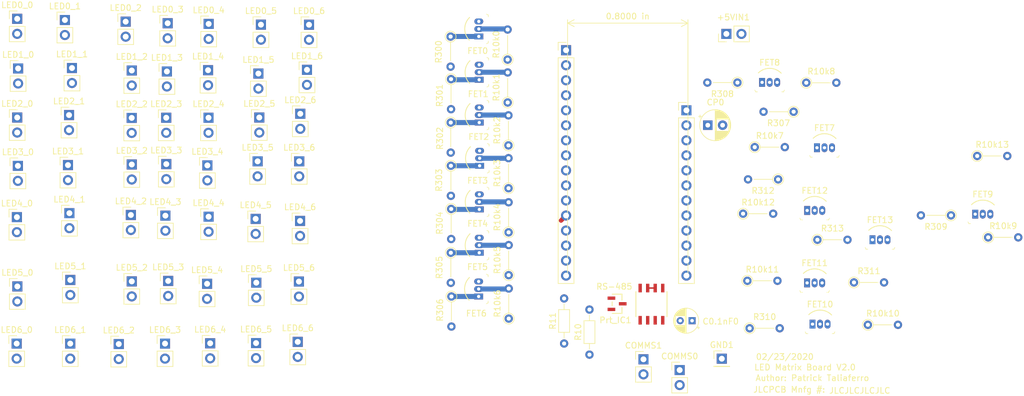
<source format=kicad_pcb>
(kicad_pcb (version 20171130) (host pcbnew 5.1.5-52549c5~84~ubuntu18.04.1)
  (layers (0 F.Cu signal) (31 B.Cu signal) (34 B.Paste user hide) (35 F.Paste user hide) (36 B.SilkS user) (37 F.SilkS user) (38 B.Mask user) (39 F.Mask user) (44 Edge.Cuts user))
  (net 0 "")
  (net 1 GND)
  (net 2 /TX1)
  (net 3 /RX0)
  (net 4 /MISO)
  (net 5 /A4)
  (net 6 /A0)
  (net 7 /D5)
  (net 8 /D6)
  (net 9 /D9)
  (net 10 /D10)
  (net 11 /D11)
  (net 12 /D12)
  (net 13 +5V)
  (net 14 +3V3)
  (net 15 "Net-(Prt_IC1-Pad2)")
  (net 16 "Net-(Prt_IC1-Pad1)")
  (net 17 /A5)
  (net 18 /A3)
  (net 19 /A2)
  (net 20 /A1)
  (net 21 /D13)
  (net 22 /ROW6)
  (net 23 /COL0)
  (net 24 /COL1)
  (net 25 /COL2)
  (net 26 /COL3)
  (net 27 /COL4)
  (net 28 /COL5)
  (net 29 /COL6)
  (net 30 /B)
  (net 31 /A)
  (net 32 "Net-(FET0-Pad1)")
  (net 33 "Net-(FET0-Pad2)")
  (net 34 "Net-(FET1-Pad1)")
  (net 35 "Net-(FET1-Pad2)")
  (net 36 "Net-(FET2-Pad1)")
  (net 37 "Net-(FET2-Pad2)")
  (net 38 "Net-(FET3-Pad1)")
  (net 39 "Net-(FET3-Pad2)")
  (net 40 "Net-(FET4-Pad1)")
  (net 41 "Net-(FET4-Pad2)")
  (net 42 "Net-(FET5-Pad1)")
  (net 43 "Net-(FET5-Pad2)")
  (net 44 "Net-(FET6-Pad1)")
  (net 45 "Net-(FET6-Pad2)")
  (net 46 "Net-(FET7-Pad1)")
  (net 47 "Net-(FET7-Pad2)")
  (net 48 "Net-(FET8-Pad1)")
  (net 49 "Net-(FET8-Pad2)")
  (net 50 "Net-(FET9-Pad1)")
  (net 51 "Net-(FET9-Pad2)")
  (net 52 "Net-(FET10-Pad1)")
  (net 53 "Net-(FET10-Pad2)")
  (net 54 "Net-(FET11-Pad1)")
  (net 55 "Net-(FET11-Pad2)")
  (net 56 "Net-(FET12-Pad1)")
  (net 57 "Net-(FET12-Pad2)")
  (net 58 "Net-(FET13-Pad1)")
  (net 59 "Net-(FET13-Pad2)")
  (net 60 /ROW0)
  (net 61 /ROW1)
  (net 62 /ROW2)
  (net 63 /ROW3)
  (net 64 /ROW4)
  (net 65 /ROW5)
  (net 66 /MOSI)
  (module sn65hvd72:SN65HVD72DR (layer F.Cu) (at 203.6445 120.777 270)
    (fp_text reference RS-485 (at -2.9718 6.2738) (layer F.SilkS))
    (fp_text value SN65HVD72DR hide)
    (pad 1 smd rect (at -2.721348 -1.905 270) (size 1.454899 0.568) (layers F.Cu F.Paste F.Mask) (net 3 /RX0))
    (pad 2 smd rect (at -2.721348 -0.635 270) (size 1.454899 0.568) (layers F.Cu F.Paste F.Mask) (net 4 /MISO))
    (pad 3 smd rect (at -2.721348 0.635 270) (size 1.454899 0.568) (layers F.Cu F.Paste F.Mask) (net 4 /MISO))
    (pad 4 smd rect (at -2.721348 1.905 270) (size 1.454899 0.568) (layers F.Cu F.Paste F.Mask) (net 2 /TX1))
    (pad 5 smd rect (at 2.721348 1.905 270) (size 1.454899 0.568) (layers F.Cu F.Paste F.Mask) (net 1 GND))
    (pad 6 smd rect (at 2.721348 0.635 270) (size 1.454899 0.568) (layers F.Cu F.Paste F.Mask) (net 31 /A))
    (pad 7 smd rect (at 2.721348 -0.635 270) (size 1.454899 0.568) (layers F.Cu F.Paste F.Mask) (net 30 /B))
    (pad 8 smd rect (at 2.721348 -1.905 270) (size 1.454899 0.568) (layers F.Cu F.Paste F.Mask) (net 14 +3V3))
  )
  (module Resistor_THT:R_Axial_DIN0204_L3.6mm_D1.6mm_P5.08mm_Vertical (layer F.Cu) (at 258.6377 95.7319)
    (fp_text reference R10k13 (at 2.54 -1.92) (layer F.SilkS))
    (fp_text value 10k hide)
    (pad 2 thru_hole oval (at 5.08 0) (size 1.4 1.4) (drill 0.7) (layers *.Cu *.Mask) (net 59 "Net-(FET13-Pad2)"))
    (pad 1 thru_hole circle (at 0 0) (size 1.4 1.4) (drill 0.7) (layers *.Cu *.Mask) (net 7 /D5))
  )
  (module Resistor_THT:R_Axial_DIN0204_L3.6mm_D1.6mm_P5.08mm_Vertical (layer F.Cu) (at 219.1131 105.4862)
    (fp_text reference R10k12 (at 2.54 -1.92) (layer F.SilkS))
    (fp_text value 10k hide)
    (pad 2 thru_hole oval (at 5.08 0) (size 1.4 1.4) (drill 0.7) (layers *.Cu *.Mask) (net 57 "Net-(FET12-Pad2)"))
    (pad 1 thru_hole circle (at 0 0) (size 1.4 1.4) (drill 0.7) (layers *.Cu *.Mask) (net 8 /D6))
  )
  (module Resistor_THT:R_Axial_DIN0204_L3.6mm_D1.6mm_P5.08mm_Vertical (layer F.Cu) (at 219.837 116.8273)
    (fp_text reference R10k11 (at 2.54 -1.92) (layer F.SilkS))
    (fp_text value 10k hide)
    (pad 2 thru_hole oval (at 5.08 0) (size 1.4 1.4) (drill 0.7) (layers *.Cu *.Mask) (net 55 "Net-(FET11-Pad2)"))
    (pad 1 thru_hole circle (at 0 0) (size 1.4 1.4) (drill 0.7) (layers *.Cu *.Mask) (net 9 /D9))
  )
  (module Resistor_THT:R_Axial_DIN0204_L3.6mm_D1.6mm_P5.08mm_Vertical (layer F.Cu) (at 240.1824 124.2695)
    (fp_text reference R10k10 (at 2.54 -1.92) (layer F.SilkS))
    (fp_text value 10k hide)
    (pad 2 thru_hole oval (at 5.08 0) (size 1.4 1.4) (drill 0.7) (layers *.Cu *.Mask) (net 53 "Net-(FET10-Pad2)"))
    (pad 1 thru_hole circle (at 0 0) (size 1.4 1.4) (drill 0.7) (layers *.Cu *.Mask) (net 10 /D10))
  )
  (module Resistor_THT:R_Axial_DIN0204_L3.6mm_D1.6mm_P5.08mm_Vertical (layer F.Cu) (at 260.4897 109.4867)
    (fp_text reference R10k9 (at 2.54 -1.92) (layer F.SilkS))
    (fp_text value 10k hide)
    (pad 2 thru_hole oval (at 5.08 0) (size 1.4 1.4) (drill 0.7) (layers *.Cu *.Mask) (net 51 "Net-(FET9-Pad2)"))
    (pad 1 thru_hole circle (at 0 0) (size 1.4 1.4) (drill 0.7) (layers *.Cu *.Mask) (net 11 /D11))
  )
  (module Resistor_THT:R_Axial_DIN0204_L3.6mm_D1.6mm_P5.08mm_Vertical (layer F.Cu) (at 229.7811 83.3501)
    (fp_text reference R10k8 (at 2.54 -1.92) (layer F.SilkS))
    (fp_text value 10k hide)
    (pad 2 thru_hole oval (at 5.08 0) (size 1.4 1.4) (drill 0.7) (layers *.Cu *.Mask) (net 49 "Net-(FET8-Pad2)"))
    (pad 1 thru_hole circle (at 0 0) (size 1.4 1.4) (drill 0.7) (layers *.Cu *.Mask) (net 12 /D12))
  )
  (module Resistor_THT:R_Axial_DIN0204_L3.6mm_D1.6mm_P5.08mm_Vertical (layer F.Cu) (at 221.0816 94.234)
    (fp_text reference R10k7 (at 2.54 -1.92) (layer F.SilkS))
    (fp_text value 10k hide)
    (pad 2 thru_hole oval (at 5.08 0) (size 1.4 1.4) (drill 0.7) (layers *.Cu *.Mask) (net 47 "Net-(FET7-Pad2)"))
    (pad 1 thru_hole circle (at 0 0) (size 1.4 1.4) (drill 0.7) (layers *.Cu *.Mask) (net 21 /D13))
  )
  (module Resistor_THT:R_Axial_DIN0204_L3.6mm_D1.6mm_P5.08mm_Vertical (layer F.Cu) (at 179.5526 123.2154 90)
    (fp_text reference R10k6 (at 2.54 -1.92 90) (layer F.SilkS))
    (fp_text value 10k hide)
    (pad 2 thru_hole oval (at 5.08 0 90) (size 1.4 1.4) (drill 0.7) (layers *.Cu *.Mask) (net 45 "Net-(FET6-Pad2)"))
    (pad 1 thru_hole circle (at 0 0 90) (size 1.4 1.4) (drill 0.7) (layers *.Cu *.Mask))
  )
  (module Resistor_THT:R_Axial_DIN0204_L3.6mm_D1.6mm_P5.08mm_Vertical (layer F.Cu) (at 179.5399 115.8748 90)
    (fp_text reference R10k5 (at 2.54 -1.92 90) (layer F.SilkS))
    (fp_text value 10k hide)
    (pad 2 thru_hole oval (at 5.08 0 90) (size 1.4 1.4) (drill 0.7) (layers *.Cu *.Mask) (net 43 "Net-(FET5-Pad2)"))
    (pad 1 thru_hole circle (at 0 0 90) (size 1.4 1.4) (drill 0.7) (layers *.Cu *.Mask) (net 17 /A5))
  )
  (module Resistor_THT:R_Axial_DIN0204_L3.6mm_D1.6mm_P5.08mm_Vertical (layer F.Cu) (at 179.5272 108.6358 90)
    (fp_text reference R10k4 (at 2.54 -1.92 90) (layer F.SilkS))
    (fp_text value 10k hide)
    (pad 2 thru_hole oval (at 5.08 0 90) (size 1.4 1.4) (drill 0.7) (layers *.Cu *.Mask) (net 41 "Net-(FET4-Pad2)"))
    (pad 1 thru_hole circle (at 0 0 90) (size 1.4 1.4) (drill 0.7) (layers *.Cu *.Mask) (net 5 /A4))
  )
  (module Resistor_THT:R_Axial_DIN0204_L3.6mm_D1.6mm_P5.08mm_Vertical (layer F.Cu) (at 179.5145 101.1809 90)
    (fp_text reference R10k3 (at 2.54 -1.92 90) (layer F.SilkS))
    (fp_text value 10k hide)
    (pad 2 thru_hole oval (at 5.08 0 90) (size 1.4 1.4) (drill 0.7) (layers *.Cu *.Mask) (net 39 "Net-(FET3-Pad2)"))
    (pad 1 thru_hole circle (at 0 0 90) (size 1.4 1.4) (drill 0.7) (layers *.Cu *.Mask) (net 18 /A3))
  )
  (module Resistor_THT:R_Axial_DIN0204_L3.6mm_D1.6mm_P5.08mm_Vertical (layer F.Cu) (at 179.5018 93.9419 90)
    (fp_text reference R10k2 (at 2.54 -1.92 90) (layer F.SilkS))
    (fp_text value 10k hide)
    (pad 2 thru_hole oval (at 5.08 0 90) (size 1.4 1.4) (drill 0.7) (layers *.Cu *.Mask) (net 37 "Net-(FET2-Pad2)"))
    (pad 1 thru_hole circle (at 0 0 90) (size 1.4 1.4) (drill 0.7) (layers *.Cu *.Mask) (net 19 /A2))
  )
  (module Resistor_THT:R_Axial_DIN0204_L3.6mm_D1.6mm_P5.08mm_Vertical (layer F.Cu) (at 179.3748 86.6902 90)
    (fp_text reference R10k1 (at 2.54 -1.92 90) (layer F.SilkS))
    (fp_text value 10k hide)
    (pad 2 thru_hole oval (at 5.08 0 90) (size 1.4 1.4) (drill 0.7) (layers *.Cu *.Mask) (net 35 "Net-(FET1-Pad2)"))
    (pad 1 thru_hole circle (at 0 0 90) (size 1.4 1.4) (drill 0.7) (layers *.Cu *.Mask) (net 20 /A1))
  )
  (module Resistor_THT:R_Axial_DIN0204_L3.6mm_D1.6mm_P5.08mm_Vertical (layer F.Cu) (at 179.3621 79.4385 90)
    (fp_text reference R10k0 (at 2.54 -1.92 90) (layer F.SilkS))
    (fp_text value 10k hide)
    (pad 2 thru_hole oval (at 5.08 0 90) (size 1.4 1.4) (drill 0.7) (layers *.Cu *.Mask) (net 33 "Net-(FET0-Pad2)"))
    (pad 1 thru_hole circle (at 0 0 90) (size 1.4 1.4) (drill 0.7) (layers *.Cu *.Mask) (net 6 /A0))
  )
  (module Resistor_THT:R_Axial_DIN0204_L3.6mm_D1.6mm_P5.08mm_Vertical (layer F.Cu) (at 231.6607 109.8931)
    (fp_text reference R313 (at 2.54 -1.92) (layer F.SilkS))
    (fp_text value 300 hide)
    (pad 2 thru_hole oval (at 5.08 0) (size 1.4 1.4) (drill 0.7) (layers *.Cu *.Mask) (net 1 GND))
    (pad 1 thru_hole circle (at 0 0) (size 1.4 1.4) (drill 0.7) (layers *.Cu *.Mask) (net 58 "Net-(FET13-Pad1)"))
  )
  (module Resistor_THT:R_Axial_DIN0204_L3.6mm_D1.6mm_P5.08mm_Vertical (layer F.Cu) (at 225.0313 99.6823 180)
    (fp_text reference R312 (at 2.54 -1.92) (layer F.SilkS))
    (fp_text value 300 hide)
    (pad 2 thru_hole oval (at 5.08 0 180) (size 1.4 1.4) (drill 0.7) (layers *.Cu *.Mask) (net 1 GND))
    (pad 1 thru_hole circle (at 0 0 180) (size 1.4 1.4) (drill 0.7) (layers *.Cu *.Mask) (net 56 "Net-(FET12-Pad1)"))
  )
  (module Resistor_THT:R_Axial_DIN0204_L3.6mm_D1.6mm_P5.08mm_Vertical (layer F.Cu) (at 237.8329 117.1067)
    (fp_text reference R311 (at 2.54 -1.92) (layer F.SilkS))
    (fp_text value 300 hide)
    (pad 2 thru_hole oval (at 5.08 0) (size 1.4 1.4) (drill 0.7) (layers *.Cu *.Mask) (net 1 GND))
    (pad 1 thru_hole circle (at 0 0) (size 1.4 1.4) (drill 0.7) (layers *.Cu *.Mask) (net 54 "Net-(FET11-Pad1)"))
  )
  (module Resistor_THT:R_Axial_DIN0204_L3.6mm_D1.6mm_P5.08mm_Vertical (layer F.Cu) (at 220.218 124.8537)
    (fp_text reference R310 (at 2.54 -1.92) (layer F.SilkS))
    (fp_text value 300 hide)
    (pad 2 thru_hole oval (at 5.08 0) (size 1.4 1.4) (drill 0.7) (layers *.Cu *.Mask) (net 1 GND))
    (pad 1 thru_hole circle (at 0 0) (size 1.4 1.4) (drill 0.7) (layers *.Cu *.Mask) (net 52 "Net-(FET10-Pad1)"))
  )
  (module Resistor_THT:R_Axial_DIN0204_L3.6mm_D1.6mm_P5.08mm_Vertical (layer F.Cu) (at 254.2159 105.7656 180)
    (fp_text reference R309 (at 2.54 -1.92) (layer F.SilkS))
    (fp_text value 300 hide)
    (pad 2 thru_hole oval (at 5.08 0 180) (size 1.4 1.4) (drill 0.7) (layers *.Cu *.Mask) (net 1 GND))
    (pad 1 thru_hole circle (at 0 0 180) (size 1.4 1.4) (drill 0.7) (layers *.Cu *.Mask) (net 50 "Net-(FET9-Pad1)"))
  )
  (module Resistor_THT:R_Axial_DIN0204_L3.6mm_D1.6mm_P5.08mm_Vertical (layer F.Cu) (at 218.1606 83.3247 180)
    (fp_text reference R308 (at 2.54 -1.92) (layer F.SilkS))
    (fp_text value 300 hide)
    (pad 2 thru_hole oval (at 5.08 0 180) (size 1.4 1.4) (drill 0.7) (layers *.Cu *.Mask) (net 1 GND))
    (pad 1 thru_hole circle (at 0 0 180) (size 1.4 1.4) (drill 0.7) (layers *.Cu *.Mask) (net 48 "Net-(FET8-Pad1)"))
  )
  (module Resistor_THT:R_Axial_DIN0204_L3.6mm_D1.6mm_P5.08mm_Vertical (layer F.Cu) (at 227.6475 88.2523 180)
    (fp_text reference R307 (at 2.54 -1.92) (layer F.SilkS))
    (fp_text value 300 hide)
    (pad 2 thru_hole oval (at 5.08 0 180) (size 1.4 1.4) (drill 0.7) (layers *.Cu *.Mask) (net 1 GND))
    (pad 1 thru_hole circle (at 0 0 180) (size 1.4 1.4) (drill 0.7) (layers *.Cu *.Mask) (net 46 "Net-(FET7-Pad1)"))
  )
  (module Resistor_THT:R_Axial_DIN0204_L3.6mm_D1.6mm_P5.08mm_Vertical (layer F.Cu) (at 169.8752 119.4816 270)
    (fp_text reference R306 (at 2.2987 1.9304 270) (layer F.SilkS))
    (fp_text value 300 hide)
    (pad 2 thru_hole oval (at 5.08 0 270) (size 1.4 1.4) (drill 0.7) (layers *.Cu *.Mask) (net 22 /ROW6))
    (pad 1 thru_hole circle (at 0 0 270) (size 1.4 1.4) (drill 0.7) (layers *.Cu *.Mask) (net 44 "Net-(FET6-Pad1)"))
  )
  (module Resistor_THT:R_Axial_DIN0204_L3.6mm_D1.6mm_P5.08mm_Vertical (layer F.Cu) (at 169.7736 112.0902 270)
    (fp_text reference R305 (at 2.4892 1.9304 90) (layer F.SilkS))
    (fp_text value 300 hide)
    (pad 2 thru_hole oval (at 5.08 0 270) (size 1.4 1.4) (drill 0.7) (layers *.Cu *.Mask) (net 65 /ROW5))
    (pad 1 thru_hole circle (at 0 0 270) (size 1.4 1.4) (drill 0.7) (layers *.Cu *.Mask) (net 42 "Net-(FET5-Pad1)"))
  )
  (module Resistor_THT:R_Axial_DIN0204_L3.6mm_D1.6mm_P5.08mm_Vertical (layer F.Cu) (at 169.8371 104.6861 270)
    (fp_text reference R304 (at 2.3876 1.9558 90) (layer F.SilkS))
    (fp_text value 300 hide)
    (pad 2 thru_hole oval (at 5.08 0 270) (size 1.4 1.4) (drill 0.7) (layers *.Cu *.Mask) (net 64 /ROW4))
    (pad 1 thru_hole circle (at 0 0 270) (size 1.4 1.4) (drill 0.7) (layers *.Cu *.Mask) (net 40 "Net-(FET4-Pad1)"))
  )
  (module Resistor_THT:R_Axial_DIN0204_L3.6mm_D1.6mm_P5.08mm_Vertical (layer F.Cu) (at 169.7863 97.3836 270)
    (fp_text reference R303 (at 2.4384 2.0066 90) (layer F.SilkS))
    (fp_text value 300 hide)
    (pad 2 thru_hole oval (at 5.08 0 270) (size 1.4 1.4) (drill 0.7) (layers *.Cu *.Mask) (net 63 /ROW3))
    (pad 1 thru_hole circle (at 0 0 270) (size 1.4 1.4) (drill 0.7) (layers *.Cu *.Mask) (net 38 "Net-(FET3-Pad1)"))
  )
  (module Resistor_THT:R_Axial_DIN0204_L3.6mm_D1.6mm_P5.08mm_Vertical (layer F.Cu) (at 169.7609 90.0811 270)
    (fp_text reference R302 (at 2.6797 1.8288 90) (layer F.SilkS))
    (fp_text value 300 hide)
    (pad 2 thru_hole oval (at 5.08 0 270) (size 1.4 1.4) (drill 0.7) (layers *.Cu *.Mask) (net 62 /ROW2))
    (pad 1 thru_hole circle (at 0 0 270) (size 1.4 1.4) (drill 0.7) (layers *.Cu *.Mask) (net 36 "Net-(FET2-Pad1)"))
  )
  (module Resistor_THT:R_Axial_DIN0204_L3.6mm_D1.6mm_P5.08mm_Vertical (layer F.Cu) (at 169.8117 82.7405 270)
    (fp_text reference R301 (at 2.7686 1.9304 90) (layer F.SilkS))
    (fp_text value 300 hide)
    (pad 2 thru_hole oval (at 5.08 0 270) (size 1.4 1.4) (drill 0.7) (layers *.Cu *.Mask) (net 61 /ROW1))
    (pad 1 thru_hole circle (at 0 0 270) (size 1.4 1.4) (drill 0.7) (layers *.Cu *.Mask) (net 34 "Net-(FET1-Pad1)"))
  )
  (module Resistor_THT:R_Axial_DIN0204_L3.6mm_D1.6mm_P5.08mm_Vertical (layer F.Cu) (at 169.7355 75.5523 270)
    (fp_text reference R300 (at 2.5654 2.0193 90) (layer F.SilkS))
    (fp_text value 300 hide)
    (pad 2 thru_hole oval (at 5.08 0 270) (size 1.4 1.4) (drill 0.7) (layers *.Cu *.Mask) (net 60 /ROW0))
    (pad 1 thru_hole circle (at 0 0 270) (size 1.4 1.4) (drill 0.7) (layers *.Cu *.Mask) (net 32 "Net-(FET0-Pad1)"))
  )
  (module Resistor_THT:R_Axial_DIN0204_L3.6mm_D1.6mm_P7.62mm_Horizontal (layer F.Cu) (at 188.8998 127.4318 90)
    (fp_text reference R11 (at 3.81 -1.92 90) (layer F.SilkS))
    (fp_text value 10 hide)
    (pad 2 thru_hole oval (at 7.62 0 90) (size 1.4 1.4) (drill 0.7) (layers *.Cu *.Mask) (net 16 "Net-(Prt_IC1-Pad1)"))
    (pad 1 thru_hole circle (at 0 0 90) (size 1.4 1.4) (drill 0.7) (layers *.Cu *.Mask) (net 30 /B))
  )
  (module Resistor_THT:R_Axial_DIN0204_L3.6mm_D1.6mm_P7.62mm_Horizontal (layer F.Cu) (at 193.1797 129.3114 90)
    (fp_text reference R10 (at 3.81 -1.92 90) (layer F.SilkS))
    (fp_text value 10 hide)
    (pad 2 thru_hole oval (at 7.62 0 90) (size 1.4 1.4) (drill 0.7) (layers *.Cu *.Mask) (net 15 "Net-(Prt_IC1-Pad2)"))
    (pad 1 thru_hole circle (at 0 0 90) (size 1.4 1.4) (drill 0.7) (layers *.Cu *.Mask) (net 31 /A))
  )
  (module Connector_PinHeader_2.54mm:PinHeader_1x02_P2.54mm_Vertical (layer F.Cu) (at 143.9291 127.1524)
    (fp_text reference LED6_6 (at 0 -2.33) (layer F.SilkS))
    (fp_text value Conn_01x02 hide)
    (pad 2 thru_hole oval (at 0 2.54) (size 1.7 1.7) (drill 1) (layers *.Cu *.Mask) (net 22 /ROW6))
    (pad 1 thru_hole rect (at 0 0) (size 1.7 1.7) (drill 1) (layers *.Cu *.Mask) (net 29 /COL6))
  )
  (module Connector_PinHeader_2.54mm:PinHeader_1x02_P2.54mm_Vertical (layer F.Cu) (at 136.8933 127.3556)
    (fp_text reference LED6_5 (at 0 -2.33) (layer F.SilkS))
    (fp_text value Conn_01x02 hide)
    (pad 2 thru_hole oval (at 0 2.54) (size 1.7 1.7) (drill 1) (layers *.Cu *.Mask) (net 22 /ROW6))
    (pad 1 thru_hole rect (at 0 0) (size 1.7 1.7) (drill 1) (layers *.Cu *.Mask) (net 28 /COL5))
  )
  (module Connector_PinHeader_2.54mm:PinHeader_1x02_P2.54mm_Vertical (layer F.Cu) (at 129.1463 127.3937)
    (fp_text reference LED6_4 (at 0 -2.33) (layer F.SilkS))
    (fp_text value Conn_01x02 hide)
    (pad 2 thru_hole oval (at 0 2.54) (size 1.7 1.7) (drill 1) (layers *.Cu *.Mask) (net 22 /ROW6))
    (pad 1 thru_hole rect (at 0 0) (size 1.7 1.7) (drill 1) (layers *.Cu *.Mask) (net 27 /COL4))
  )
  (module Connector_PinHeader_2.54mm:PinHeader_1x02_P2.54mm_Vertical (layer F.Cu) (at 121.5263 127.4445)
    (fp_text reference LED6_3 (at 0 -2.33) (layer F.SilkS))
    (fp_text value Conn_01x02 hide)
    (pad 2 thru_hole oval (at 0 2.54) (size 1.7 1.7) (drill 1) (layers *.Cu *.Mask) (net 22 /ROW6))
    (pad 1 thru_hole rect (at 0 0) (size 1.7 1.7) (drill 1) (layers *.Cu *.Mask) (net 26 /COL3))
  )
  (module Connector_PinHeader_2.54mm:PinHeader_1x02_P2.54mm_Vertical (layer F.Cu) (at 113.7158 127.5207)
    (fp_text reference LED6_2 (at 0 -2.33) (layer F.SilkS))
    (fp_text value Conn_01x02 hide)
    (pad 2 thru_hole oval (at 0 2.54) (size 1.7 1.7) (drill 1) (layers *.Cu *.Mask) (net 22 /ROW6))
    (pad 1 thru_hole rect (at 0 0) (size 1.7 1.7) (drill 1) (layers *.Cu *.Mask) (net 25 /COL2))
  )
  (module Connector_PinHeader_2.54mm:PinHeader_1x02_P2.54mm_Vertical (layer F.Cu) (at 105.5243 127.4445)
    (fp_text reference LED6_1 (at 0 -2.33) (layer F.SilkS))
    (fp_text value Conn_01x02 hide)
    (pad 2 thru_hole oval (at 0 2.54) (size 1.7 1.7) (drill 1) (layers *.Cu *.Mask) (net 22 /ROW6))
    (pad 1 thru_hole rect (at 0 0) (size 1.7 1.7) (drill 1) (layers *.Cu *.Mask) (net 24 /COL1))
  )
  (module Connector_PinHeader_2.54mm:PinHeader_1x02_P2.54mm_Vertical (layer F.Cu) (at 96.4819 127.4445)
    (fp_text reference LED6_0 (at 0 -2.33) (layer F.SilkS))
    (fp_text value Conn_01x02 hide)
    (pad 2 thru_hole oval (at 0 2.54) (size 1.7 1.7) (drill 1) (layers *.Cu *.Mask) (net 22 /ROW6))
    (pad 1 thru_hole rect (at 0 0) (size 1.7 1.7) (drill 1) (layers *.Cu *.Mask) (net 23 /COL0))
  )
  (module Connector_PinHeader_2.54mm:PinHeader_1x02_P2.54mm_Vertical (layer F.Cu) (at 144.1323 116.9543)
    (fp_text reference LED5_6 (at 0 -2.33) (layer F.SilkS))
    (fp_text value Conn_01x02 hide)
    (pad 2 thru_hole oval (at 0 2.54) (size 1.7 1.7) (drill 1) (layers *.Cu *.Mask) (net 65 /ROW5))
    (pad 1 thru_hole rect (at 0 0) (size 1.7 1.7) (drill 1) (layers *.Cu *.Mask) (net 29 /COL6))
  )
  (module Connector_PinHeader_2.54mm:PinHeader_1x02_P2.54mm_Vertical (layer F.Cu) (at 136.9314 117.1448)
    (fp_text reference LED5_5 (at 0 -2.33) (layer F.SilkS))
    (fp_text value Conn_01x02 hide)
    (pad 2 thru_hole oval (at 0 2.54) (size 1.7 1.7) (drill 1) (layers *.Cu *.Mask) (net 65 /ROW5))
    (pad 1 thru_hole rect (at 0 0) (size 1.7 1.7) (drill 1) (layers *.Cu *.Mask) (net 28 /COL5))
  )
  (module Connector_PinHeader_2.54mm:PinHeader_1x02_P2.54mm_Vertical (layer F.Cu) (at 128.6256 117.3353)
    (fp_text reference LED5_4 (at 0 -2.33) (layer F.SilkS))
    (fp_text value Conn_01x02 hide)
    (pad 2 thru_hole oval (at 0 2.54) (size 1.7 1.7) (drill 1) (layers *.Cu *.Mask) (net 65 /ROW5))
    (pad 1 thru_hole rect (at 0 0) (size 1.7 1.7) (drill 1) (layers *.Cu *.Mask) (net 27 /COL4))
  )
  (module Connector_PinHeader_2.54mm:PinHeader_1x02_P2.54mm_Vertical (layer F.Cu) (at 122.0597 116.8527)
    (fp_text reference LED5_3 (at 0 -2.33) (layer F.SilkS))
    (fp_text value Conn_01x02 hide)
    (pad 2 thru_hole oval (at 0 2.54) (size 1.7 1.7) (drill 1) (layers *.Cu *.Mask) (net 65 /ROW5))
    (pad 1 thru_hole rect (at 0 0) (size 1.7 1.7) (drill 1) (layers *.Cu *.Mask) (net 26 /COL3))
  )
  (module Connector_PinHeader_2.54mm:PinHeader_1x02_P2.54mm_Vertical (layer F.Cu) (at 115.9129 116.9289)
    (fp_text reference LED5_2 (at 0 -2.33) (layer F.SilkS))
    (fp_text value Conn_01x02 hide)
    (pad 2 thru_hole oval (at 0 2.54) (size 1.7 1.7) (drill 1) (layers *.Cu *.Mask) (net 65 /ROW5))
    (pad 1 thru_hole rect (at 0 0) (size 1.7 1.7) (drill 1) (layers *.Cu *.Mask) (net 25 /COL2))
  )
  (module Connector_PinHeader_2.54mm:PinHeader_1x02_P2.54mm_Vertical (layer F.Cu) (at 105.537 116.6876)
    (fp_text reference LED5_1 (at 0 -2.33) (layer F.SilkS))
    (fp_text value Conn_01x02 hide)
    (pad 2 thru_hole oval (at 0 2.54) (size 1.7 1.7) (drill 1) (layers *.Cu *.Mask) (net 65 /ROW5))
    (pad 1 thru_hole rect (at 0 0) (size 1.7 1.7) (drill 1) (layers *.Cu *.Mask) (net 24 /COL1))
  )
  (module Connector_PinHeader_2.54mm:PinHeader_1x02_P2.54mm_Vertical (layer F.Cu) (at 96.5962 117.7798)
    (fp_text reference LED5_0 (at 0 -2.33) (layer F.SilkS))
    (fp_text value Conn_01x02 hide)
    (pad 2 thru_hole oval (at 0 2.54) (size 1.7 1.7) (drill 1) (layers *.Cu *.Mask) (net 65 /ROW5))
    (pad 1 thru_hole rect (at 0 0) (size 1.7 1.7) (drill 1) (layers *.Cu *.Mask) (net 23 /COL0))
  )
  (module Connector_PinHeader_2.54mm:PinHeader_1x02_P2.54mm_Vertical (layer F.Cu) (at 144.3228 106.7054)
    (fp_text reference LED4_6 (at 0 -2.33) (layer F.SilkS))
    (fp_text value Conn_01x02 hide)
    (pad 2 thru_hole oval (at 0 2.54) (size 1.7 1.7) (drill 1) (layers *.Cu *.Mask) (net 64 /ROW4))
    (pad 1 thru_hole rect (at 0 0) (size 1.7 1.7) (drill 1) (layers *.Cu *.Mask) (net 29 /COL6))
  )
  (module Connector_PinHeader_2.54mm:PinHeader_1x02_P2.54mm_Vertical (layer F.Cu) (at 136.8298 106.3625)
    (fp_text reference LED4_5 (at 0 -2.33) (layer F.SilkS))
    (fp_text value Conn_01x02 hide)
    (pad 2 thru_hole oval (at 0 2.54) (size 1.7 1.7) (drill 1) (layers *.Cu *.Mask) (net 64 /ROW4))
    (pad 1 thru_hole rect (at 0 0) (size 1.7 1.7) (drill 1) (layers *.Cu *.Mask) (net 28 /COL5))
  )
  (module Connector_PinHeader_2.54mm:PinHeader_1x02_P2.54mm_Vertical (layer F.Cu) (at 128.8796 105.9942)
    (fp_text reference LED4_4 (at 0 -2.33) (layer F.SilkS))
    (fp_text value Conn_01x02 hide)
    (pad 2 thru_hole oval (at 0 2.54) (size 1.7 1.7) (drill 1) (layers *.Cu *.Mask) (net 64 /ROW4))
    (pad 1 thru_hole rect (at 0 0) (size 1.7 1.7) (drill 1) (layers *.Cu *.Mask) (net 27 /COL4))
  )
  (module Connector_PinHeader_2.54mm:PinHeader_1x02_P2.54mm_Vertical (layer F.Cu) (at 121.5898 105.8164)
    (fp_text reference LED4_3 (at 0 -2.33) (layer F.SilkS))
    (fp_text value Conn_01x02 hide)
    (pad 2 thru_hole oval (at 0 2.54) (size 1.7 1.7) (drill 1) (layers *.Cu *.Mask) (net 64 /ROW4))
    (pad 1 thru_hole rect (at 0 0) (size 1.7 1.7) (drill 1) (layers *.Cu *.Mask) (net 26 /COL3))
  )
  (module Connector_PinHeader_2.54mm:PinHeader_1x02_P2.54mm_Vertical (layer F.Cu) (at 115.7605 105.7021)
    (fp_text reference LED4_2 (at 0 -2.33) (layer F.SilkS))
    (fp_text value Conn_01x02 hide)
    (pad 2 thru_hole oval (at 0 2.54) (size 1.7 1.7) (drill 1) (layers *.Cu *.Mask) (net 64 /ROW4))
    (pad 1 thru_hole rect (at 0 0) (size 1.7 1.7) (drill 1) (layers *.Cu *.Mask) (net 25 /COL2))
  )
  (module Connector_PinHeader_2.54mm:PinHeader_1x02_P2.54mm_Vertical (layer F.Cu) (at 105.3846 105.3973)
    (fp_text reference LED4_1 (at 0 -2.33) (layer F.SilkS))
    (fp_text value Conn_01x02 hide)
    (pad 2 thru_hole oval (at 0 2.54) (size 1.7 1.7) (drill 1) (layers *.Cu *.Mask) (net 64 /ROW4))
    (pad 1 thru_hole rect (at 0 0) (size 1.7 1.7) (drill 1) (layers *.Cu *.Mask) (net 24 /COL1))
  )
  (module Connector_PinHeader_2.54mm:PinHeader_1x02_P2.54mm_Vertical (layer F.Cu) (at 96.52 106.0704)
    (fp_text reference LED4_0 (at 0 -2.33) (layer F.SilkS))
    (fp_text value Conn_01x02 hide)
    (pad 2 thru_hole oval (at 0 2.54) (size 1.7 1.7) (drill 1) (layers *.Cu *.Mask) (net 64 /ROW4))
    (pad 1 thru_hole rect (at 0 0) (size 1.7 1.7) (drill 1) (layers *.Cu *.Mask) (net 23 /COL0))
  )
  (module Connector_PinHeader_2.54mm:PinHeader_1x02_P2.54mm_Vertical (layer F.Cu) (at 144.1831 96.6343)
    (fp_text reference LED3_6 (at 0 -2.33) (layer F.SilkS))
    (fp_text value Conn_01x02 hide)
    (pad 2 thru_hole oval (at 0 2.54) (size 1.7 1.7) (drill 1) (layers *.Cu *.Mask) (net 63 /ROW3))
    (pad 1 thru_hole rect (at 0 0) (size 1.7 1.7) (drill 1) (layers *.Cu *.Mask) (net 29 /COL6))
  )
  (module Connector_PinHeader_2.54mm:PinHeader_1x02_P2.54mm_Vertical (layer F.Cu) (at 137.16 96.6343)
    (fp_text reference LED3_5 (at 0 -2.33) (layer F.SilkS))
    (fp_text value Conn_01x02 hide)
    (pad 2 thru_hole oval (at 0 2.54) (size 1.7 1.7) (drill 1) (layers *.Cu *.Mask) (net 63 /ROW3))
    (pad 1 thru_hole rect (at 0 0) (size 1.7 1.7) (drill 1) (layers *.Cu *.Mask) (net 28 /COL5))
  )
  (module Connector_PinHeader_2.54mm:PinHeader_1x02_P2.54mm_Vertical (layer F.Cu) (at 128.6764 97.3201)
    (fp_text reference LED3_4 (at 0 -2.33) (layer F.SilkS))
    (fp_text value Conn_01x02 hide)
    (pad 2 thru_hole oval (at 0 2.54) (size 1.7 1.7) (drill 1) (layers *.Cu *.Mask) (net 63 /ROW3))
    (pad 1 thru_hole rect (at 0 0) (size 1.7 1.7) (drill 1) (layers *.Cu *.Mask) (net 27 /COL4))
  )
  (module Connector_PinHeader_2.54mm:PinHeader_1x02_P2.54mm_Vertical (layer F.Cu) (at 121.7422 97.1042)
    (fp_text reference LED3_3 (at 0 -2.33) (layer F.SilkS))
    (fp_text value Conn_01x02 hide)
    (pad 2 thru_hole oval (at 0 2.54) (size 1.7 1.7) (drill 1) (layers *.Cu *.Mask) (net 63 /ROW3))
    (pad 1 thru_hole rect (at 0 0) (size 1.7 1.7) (drill 1) (layers *.Cu *.Mask) (net 26 /COL3))
  )
  (module Connector_PinHeader_2.54mm:PinHeader_1x02_P2.54mm_Vertical (layer F.Cu) (at 115.9129 97.1677)
    (fp_text reference LED3_2 (at 0 -2.33) (layer F.SilkS))
    (fp_text value Conn_01x02 hide)
    (pad 2 thru_hole oval (at 0 2.54) (size 1.7 1.7) (drill 1) (layers *.Cu *.Mask) (net 63 /ROW3))
    (pad 1 thru_hole rect (at 0 0) (size 1.7 1.7) (drill 1) (layers *.Cu *.Mask) (net 25 /COL2))
  )
  (module Connector_PinHeader_2.54mm:PinHeader_1x02_P2.54mm_Vertical (layer F.Cu) (at 105.1433 97.2693)
    (fp_text reference LED3_1 (at 0 -2.33) (layer F.SilkS))
    (fp_text value Conn_01x02 hide)
    (pad 2 thru_hole oval (at 0 2.54) (size 1.7 1.7) (drill 1) (layers *.Cu *.Mask) (net 63 /ROW3))
    (pad 1 thru_hole rect (at 0 0) (size 1.7 1.7) (drill 1) (layers *.Cu *.Mask) (net 24 /COL1))
  )
  (module Connector_PinHeader_2.54mm:PinHeader_1x02_P2.54mm_Vertical (layer F.Cu) (at 96.6851 97.3963)
    (fp_text reference LED3_0 (at 0 -2.33) (layer F.SilkS))
    (fp_text value Conn_01x02 hide)
    (pad 2 thru_hole oval (at 0 2.54) (size 1.7 1.7) (drill 1) (layers *.Cu *.Mask) (net 63 /ROW3))
    (pad 1 thru_hole rect (at 0 0) (size 1.7 1.7) (drill 1) (layers *.Cu *.Mask) (net 23 /COL0))
  )
  (module Connector_PinHeader_2.54mm:PinHeader_1x02_P2.54mm_Vertical (layer F.Cu) (at 144.3609 88.5952)
    (fp_text reference LED2_6 (at 0 -2.33) (layer F.SilkS))
    (fp_text value Conn_01x02 hide)
    (pad 2 thru_hole oval (at 0 2.54) (size 1.7 1.7) (drill 1) (layers *.Cu *.Mask) (net 62 /ROW2))
    (pad 1 thru_hole rect (at 0 0) (size 1.7 1.7) (drill 1) (layers *.Cu *.Mask) (net 29 /COL6))
  )
  (module Connector_PinHeader_2.54mm:PinHeader_1x02_P2.54mm_Vertical (layer F.Cu) (at 137.4394 89.2302)
    (fp_text reference LED2_5 (at 0 -2.33) (layer F.SilkS))
    (fp_text value Conn_01x02 hide)
    (pad 2 thru_hole oval (at 0 2.54) (size 1.7 1.7) (drill 1) (layers *.Cu *.Mask) (net 62 /ROW2))
    (pad 1 thru_hole rect (at 0 0) (size 1.7 1.7) (drill 1) (layers *.Cu *.Mask) (net 28 /COL5))
  )
  (module Connector_PinHeader_2.54mm:PinHeader_1x02_P2.54mm_Vertical (layer F.Cu) (at 128.8669 89.2683)
    (fp_text reference LED2_4 (at 0 -2.33) (layer F.SilkS))
    (fp_text value Conn_01x02 hide)
    (pad 2 thru_hole oval (at 0 2.54) (size 1.7 1.7) (drill 1) (layers *.Cu *.Mask) (net 62 /ROW2))
    (pad 1 thru_hole rect (at 0 0) (size 1.7 1.7) (drill 1) (layers *.Cu *.Mask) (net 27 /COL4))
  )
  (module Connector_PinHeader_2.54mm:PinHeader_1x02_P2.54mm_Vertical (layer F.Cu) (at 121.7295 89.2683)
    (fp_text reference LED2_3 (at 0 -2.33) (layer F.SilkS))
    (fp_text value Conn_01x02 hide)
    (pad 2 thru_hole oval (at 0 2.54) (size 1.7 1.7) (drill 1) (layers *.Cu *.Mask) (net 62 /ROW2))
    (pad 1 thru_hole rect (at 0 0) (size 1.7 1.7) (drill 1) (layers *.Cu *.Mask) (net 26 /COL3))
  )
  (module Connector_PinHeader_2.54mm:PinHeader_1x02_P2.54mm_Vertical (layer F.Cu) (at 115.9002 89.2937)
    (fp_text reference LED2_2 (at 0 -2.33) (layer F.SilkS))
    (fp_text value Conn_01x02 hide)
    (pad 2 thru_hole oval (at 0 2.54) (size 1.7 1.7) (drill 1) (layers *.Cu *.Mask) (net 62 /ROW2))
    (pad 1 thru_hole rect (at 0 0) (size 1.7 1.7) (drill 1) (layers *.Cu *.Mask) (net 25 /COL2))
  )
  (module Connector_PinHeader_2.54mm:PinHeader_1x02_P2.54mm_Vertical (layer F.Cu) (at 105.3211 88.8111)
    (fp_text reference LED2_1 (at 0 -2.33) (layer F.SilkS))
    (fp_text value Conn_01x02 hide)
    (pad 2 thru_hole oval (at 0 2.54) (size 1.7 1.7) (drill 1) (layers *.Cu *.Mask) (net 62 /ROW2))
    (pad 1 thru_hole rect (at 0 0) (size 1.7 1.7) (drill 1) (layers *.Cu *.Mask) (net 24 /COL1))
  )
  (module Connector_PinHeader_2.54mm:PinHeader_1x02_P2.54mm_Vertical (layer F.Cu) (at 96.5708 89.2302)
    (fp_text reference LED2_0 (at 0 -2.33) (layer F.SilkS))
    (fp_text value Conn_01x02 hide)
    (pad 2 thru_hole oval (at 0 2.54) (size 1.7 1.7) (drill 1) (layers *.Cu *.Mask) (net 62 /ROW2))
    (pad 1 thru_hole rect (at 0 0) (size 1.7 1.7) (drill 1) (layers *.Cu *.Mask) (net 23 /COL0))
  )
  (module Connector_PinHeader_2.54mm:PinHeader_1x02_P2.54mm_Vertical (layer F.Cu) (at 145.4912 81.1657)
    (fp_text reference LED1_6 (at 0 -2.33) (layer F.SilkS))
    (fp_text value Conn_01x02 hide)
    (pad 2 thru_hole oval (at 0 2.54) (size 1.7 1.7) (drill 1) (layers *.Cu *.Mask) (net 61 /ROW1))
    (pad 1 thru_hole rect (at 0 0) (size 1.7 1.7) (drill 1) (layers *.Cu *.Mask) (net 29 /COL6))
  )
  (module Connector_PinHeader_2.54mm:PinHeader_1x02_P2.54mm_Vertical (layer F.Cu) (at 137.287 81.8007)
    (fp_text reference LED1_5 (at 0 -2.33) (layer F.SilkS))
    (fp_text value Conn_01x02 hide)
    (pad 2 thru_hole oval (at 0 2.54) (size 1.7 1.7) (drill 1) (layers *.Cu *.Mask) (net 61 /ROW1))
    (pad 1 thru_hole rect (at 0 0) (size 1.7 1.7) (drill 1) (layers *.Cu *.Mask) (net 28 /COL5))
  )
  (module Connector_PinHeader_2.54mm:PinHeader_1x02_P2.54mm_Vertical (layer F.Cu) (at 128.7907 81.2292)
    (fp_text reference LED1_4 (at 0 -2.33) (layer F.SilkS))
    (fp_text value Conn_01x02 hide)
    (pad 2 thru_hole oval (at 0 2.54) (size 1.7 1.7) (drill 1) (layers *.Cu *.Mask) (net 61 /ROW1))
    (pad 1 thru_hole rect (at 0 0) (size 1.7 1.7) (drill 1) (layers *.Cu *.Mask) (net 27 /COL4))
  )
  (module Connector_PinHeader_2.54mm:PinHeader_1x02_P2.54mm_Vertical (layer F.Cu) (at 121.8438 81.4451)
    (fp_text reference LED1_3 (at 0 -2.33) (layer F.SilkS))
    (fp_text value Conn_01x02 hide)
    (pad 2 thru_hole oval (at 0 2.54) (size 1.7 1.7) (drill 1) (layers *.Cu *.Mask) (net 61 /ROW1))
    (pad 1 thru_hole rect (at 0 0) (size 1.7 1.7) (drill 1) (layers *.Cu *.Mask) (net 26 /COL3))
  )
  (module Connector_PinHeader_2.54mm:PinHeader_1x02_P2.54mm_Vertical (layer F.Cu) (at 115.9129 81.28)
    (fp_text reference LED1_2 (at 0 -2.33) (layer F.SilkS))
    (fp_text value Conn_01x02 hide)
    (pad 2 thru_hole oval (at 0 2.54) (size 1.7 1.7) (drill 1) (layers *.Cu *.Mask) (net 61 /ROW1))
    (pad 1 thru_hole rect (at 0 0) (size 1.7 1.7) (drill 1) (layers *.Cu *.Mask) (net 25 /COL2))
  )
  (module Connector_PinHeader_2.54mm:PinHeader_1x02_P2.54mm_Vertical (layer F.Cu) (at 105.8164 80.8609)
    (fp_text reference LED1_1 (at 0 -2.33) (layer F.SilkS))
    (fp_text value Conn_01x02 hide)
    (pad 2 thru_hole oval (at 0 2.54) (size 1.7 1.7) (drill 1) (layers *.Cu *.Mask) (net 61 /ROW1))
    (pad 1 thru_hole rect (at 0 0) (size 1.7 1.7) (drill 1) (layers *.Cu *.Mask) (net 24 /COL1))
  )
  (module Connector_PinHeader_2.54mm:PinHeader_1x02_P2.54mm_Vertical (layer F.Cu) (at 96.7232 80.9371)
    (fp_text reference LED1_0 (at 0 -2.33) (layer F.SilkS))
    (fp_text value Conn_01x02 hide)
    (pad 2 thru_hole oval (at 0 2.54) (size 1.7 1.7) (drill 1) (layers *.Cu *.Mask) (net 61 /ROW1))
    (pad 1 thru_hole rect (at 0 0) (size 1.7 1.7) (drill 1) (layers *.Cu *.Mask) (net 23 /COL0))
  )
  (module Connector_PinHeader_2.54mm:PinHeader_1x02_P2.54mm_Vertical (layer F.Cu) (at 145.8341 73.5457)
    (fp_text reference LED0_6 (at 0 -2.33) (layer F.SilkS))
    (fp_text value Conn_01x02 hide)
    (pad 2 thru_hole oval (at 0 2.54) (size 1.7 1.7) (drill 1) (layers *.Cu *.Mask) (net 60 /ROW0))
    (pad 1 thru_hole rect (at 0 0) (size 1.7 1.7) (drill 1) (layers *.Cu *.Mask) (net 29 /COL6))
  )
  (module Connector_PinHeader_2.54mm:PinHeader_1x02_P2.54mm_Vertical (layer F.Cu) (at 137.7188 73.533)
    (fp_text reference LED0_5 (at 0 -2.33) (layer F.SilkS))
    (fp_text value Conn_01x02 hide)
    (pad 2 thru_hole oval (at 0 2.54) (size 1.7 1.7) (drill 1) (layers *.Cu *.Mask) (net 60 /ROW0))
    (pad 1 thru_hole rect (at 0 0) (size 1.7 1.7) (drill 1) (layers *.Cu *.Mask) (net 28 /COL5))
  )
  (module Connector_PinHeader_2.54mm:PinHeader_1x02_P2.54mm_Vertical (layer F.Cu) (at 128.8923 73.406)
    (fp_text reference LED0_4 (at 0 -2.33) (layer F.SilkS))
    (fp_text value Conn_01x02 hide)
    (pad 2 thru_hole oval (at 0 2.54) (size 1.7 1.7) (drill 1) (layers *.Cu *.Mask) (net 60 /ROW0))
    (pad 1 thru_hole rect (at 0 0) (size 1.7 1.7) (drill 1) (layers *.Cu *.Mask) (net 27 /COL4))
  )
  (module Connector_PinHeader_2.54mm:PinHeader_1x02_P2.54mm_Vertical (layer F.Cu) (at 121.9708 73.2917)
    (fp_text reference LED0_3 (at 0 -2.33) (layer F.SilkS))
    (fp_text value Conn_01x02 hide)
    (pad 2 thru_hole oval (at 0 2.54) (size 1.7 1.7) (drill 1) (layers *.Cu *.Mask) (net 60 /ROW0))
    (pad 1 thru_hole rect (at 0 0) (size 1.7 1.7) (drill 1) (layers *.Cu *.Mask) (net 26 /COL3))
  )
  (module Connector_PinHeader_2.54mm:PinHeader_1x02_P2.54mm_Vertical (layer F.Cu) (at 114.8842 73.025)
    (fp_text reference LED0_2 (at 0 -2.33) (layer F.SilkS))
    (fp_text value Conn_01x02 hide)
    (pad 2 thru_hole oval (at 0 2.54) (size 1.7 1.7) (drill 1) (layers *.Cu *.Mask) (net 60 /ROW0))
    (pad 1 thru_hole rect (at 0 0) (size 1.7 1.7) (drill 1) (layers *.Cu *.Mask) (net 25 /COL2))
  )
  (module Connector_PinHeader_2.54mm:PinHeader_1x02_P2.54mm_Vertical (layer F.Cu) (at 104.6226 72.7456)
    (fp_text reference LED0_1 (at 0 -2.33) (layer F.SilkS))
    (fp_text value Conn_01x02 hide)
    (pad 2 thru_hole oval (at 0 2.54) (size 1.7 1.7) (drill 1) (layers *.Cu *.Mask) (net 60 /ROW0))
    (pad 1 thru_hole rect (at 0 0) (size 1.7 1.7) (drill 1) (layers *.Cu *.Mask) (net 24 /COL1))
  )
  (module Connector_PinHeader_2.54mm:PinHeader_1x02_P2.54mm_Vertical (layer F.Cu) (at 96.5708 72.5424)
    (fp_text reference LED0_0 (at 0 -2.33) (layer F.SilkS))
    (fp_text value Conn_01x02 hide)
    (pad 2 thru_hole oval (at 0 2.54) (size 1.7 1.7) (drill 1) (layers *.Cu *.Mask) (net 60 /ROW0))
    (pad 1 thru_hole rect (at 0 0) (size 1.7 1.7) (drill 1) (layers *.Cu *.Mask) (net 23 /COL0))
  )
  (module Connector_PinHeader_2.54mm:PinHeader_1x01_P2.54mm_Vertical (layer F.Cu) (at 215.519 129.9972)
    (fp_text reference GND1 (at 0 -2.33) (layer F.SilkS))
    (fp_text value Conn_01x01 hide)
    (pad 1 thru_hole rect (at 0 0) (size 1.7 1.7) (drill 1) (layers *.Cu *.Mask) (net 1 GND))
  )
  (module digikey-footprints:TO-92-3 (layer F.Cu) (at 240.9571 109.8931)
    (fp_text reference FET13 (at 1.27 -3.35) (layer F.SilkS))
    (fp_text value 2N7000 hide)
    (pad 1 thru_hole rect (at 0 0 180) (size 1 1.5) (drill 0.55) (layers *.Cu *.Mask) (net 58 "Net-(FET13-Pad1)"))
    (pad 3 thru_hole oval (at 2.54 0 180) (size 1 1.5) (drill 0.55) (layers *.Cu *.Mask) (net 29 /COL6))
    (pad 2 thru_hole oval (at 1.27 0 180) (size 1 1.5) (drill 0.55) (layers *.Cu *.Mask) (net 59 "Net-(FET13-Pad2)"))
  )
  (module digikey-footprints:TO-92-3 (layer F.Cu) (at 229.9335 104.9401)
    (fp_text reference FET12 (at 1.27 -3.35) (layer F.SilkS))
    (fp_text value 2N7000 hide)
    (pad 1 thru_hole rect (at 0 0 180) (size 1 1.5) (drill 0.55) (layers *.Cu *.Mask) (net 56 "Net-(FET12-Pad1)"))
    (pad 3 thru_hole oval (at 2.54 0 180) (size 1 1.5) (drill 0.55) (layers *.Cu *.Mask) (net 28 /COL5))
    (pad 2 thru_hole oval (at 1.27 0 180) (size 1 1.5) (drill 0.55) (layers *.Cu *.Mask) (net 57 "Net-(FET12-Pad2)"))
  )
  (module digikey-footprints:TO-92-3 (layer F.Cu) (at 229.9208 117.1829)
    (fp_text reference FET11 (at 1.27 -3.35) (layer F.SilkS))
    (fp_text value 2N7000 hide)
    (pad 1 thru_hole rect (at 0 0 180) (size 1 1.5) (drill 0.55) (layers *.Cu *.Mask) (net 54 "Net-(FET11-Pad1)"))
    (pad 3 thru_hole oval (at 2.54 0 180) (size 1 1.5) (drill 0.55) (layers *.Cu *.Mask) (net 27 /COL4))
    (pad 2 thru_hole oval (at 1.27 0 180) (size 1 1.5) (drill 0.55) (layers *.Cu *.Mask) (net 55 "Net-(FET11-Pad2)"))
  )
  (module digikey-footprints:TO-92-3 (layer F.Cu) (at 230.8352 124.1552)
    (fp_text reference FET10 (at 1.27 -3.35) (layer F.SilkS))
    (fp_text value 2N7000 hide)
    (pad 1 thru_hole rect (at 0 0 180) (size 1 1.5) (drill 0.55) (layers *.Cu *.Mask) (net 52 "Net-(FET10-Pad1)"))
    (pad 3 thru_hole oval (at 2.54 0 180) (size 1 1.5) (drill 0.55) (layers *.Cu *.Mask) (net 26 /COL3))
    (pad 2 thru_hole oval (at 1.27 0 180) (size 1 1.5) (drill 0.55) (layers *.Cu *.Mask) (net 53 "Net-(FET10-Pad2)"))
  )
  (module digikey-footprints:TO-92-3 (layer F.Cu) (at 258.3053 105.5624)
    (fp_text reference FET9 (at 1.27 -3.35) (layer F.SilkS))
    (fp_text value 2N7000 hide)
    (pad 1 thru_hole rect (at 0 0 180) (size 1 1.5) (drill 0.55) (layers *.Cu *.Mask) (net 50 "Net-(FET9-Pad1)"))
    (pad 3 thru_hole oval (at 2.54 0 180) (size 1 1.5) (drill 0.55) (layers *.Cu *.Mask) (net 25 /COL2))
    (pad 2 thru_hole oval (at 1.27 0 180) (size 1 1.5) (drill 0.55) (layers *.Cu *.Mask) (net 51 "Net-(FET9-Pad2)"))
  )
  (module digikey-footprints:TO-92-3 (layer F.Cu) (at 222.3262 83.2866)
    (fp_text reference FET8 (at 1.27 -3.35) (layer F.SilkS))
    (fp_text value 2N7000 hide)
    (pad 1 thru_hole rect (at 0 0 180) (size 1 1.5) (drill 0.55) (layers *.Cu *.Mask) (net 48 "Net-(FET8-Pad1)"))
    (pad 3 thru_hole oval (at 2.54 0 180) (size 1 1.5) (drill 0.55) (layers *.Cu *.Mask) (net 24 /COL1))
    (pad 2 thru_hole oval (at 1.27 0 180) (size 1 1.5) (drill 0.55) (layers *.Cu *.Mask) (net 49 "Net-(FET8-Pad2)"))
  )
  (module digikey-footprints:TO-92-3 (layer F.Cu) (at 231.5845 94.3356)
    (fp_text reference FET7 (at 1.27 -3.35) (layer F.SilkS))
    (fp_text value 2N7000 hide)
    (pad 1 thru_hole rect (at 0 0 180) (size 1 1.5) (drill 0.55) (layers *.Cu *.Mask) (net 46 "Net-(FET7-Pad1)"))
    (pad 3 thru_hole oval (at 2.54 0 180) (size 1 1.5) (drill 0.55) (layers *.Cu *.Mask) (net 23 /COL0))
    (pad 2 thru_hole oval (at 1.27 0 180) (size 1 1.5) (drill 0.55) (layers *.Cu *.Mask) (net 47 "Net-(FET7-Pad2)"))
  )
  (module digikey-footprints:TO-92-3 (layer F.Cu) (at 174.4726 119.4816 90)
    (fp_text reference FET6 (at -2.8702 -0.381 180) (layer F.SilkS))
    (fp_text value 2N7000 hide)
    (pad 1 thru_hole rect (at 0 0 270) (size 1 1.5) (drill 0.55) (layers *.Cu *.Mask) (net 44 "Net-(FET6-Pad1)"))
    (pad 3 thru_hole oval (at 2.54 0 270) (size 1 1.5) (drill 0.55) (layers *.Cu *.Mask) (net 13 +5V))
    (pad 2 thru_hole oval (at 1.27 0 270) (size 1 1.5) (drill 0.55) (layers *.Cu *.Mask) (net 45 "Net-(FET6-Pad2)"))
  )
  (module digikey-footprints:TO-92-3 (layer F.Cu) (at 174.5742 112.0902 90)
    (fp_text reference FET5 (at -2.4003 -0.2921) (layer F.SilkS))
    (fp_text value 2N7000 hide)
    (pad 1 thru_hole rect (at 0 0 270) (size 1 1.5) (drill 0.55) (layers *.Cu *.Mask) (net 42 "Net-(FET5-Pad1)"))
    (pad 3 thru_hole oval (at 2.54 0 270) (size 1 1.5) (drill 0.55) (layers *.Cu *.Mask) (net 13 +5V))
    (pad 2 thru_hole oval (at 1.27 0 270) (size 1 1.5) (drill 0.55) (layers *.Cu *.Mask) (net 43 "Net-(FET5-Pad2)"))
  )
  (module digikey-footprints:TO-92-3 (layer F.Cu) (at 174.5869 104.7623 90)
    (fp_text reference FET4 (at -2.413 -0.2794 180) (layer F.SilkS))
    (fp_text value 2N7000 hide)
    (pad 1 thru_hole rect (at 0 0 270) (size 1 1.5) (drill 0.55) (layers *.Cu *.Mask) (net 40 "Net-(FET4-Pad1)"))
    (pad 3 thru_hole oval (at 2.54 0 270) (size 1 1.5) (drill 0.55) (layers *.Cu *.Mask) (net 13 +5V))
    (pad 2 thru_hole oval (at 1.27 0 270) (size 1 1.5) (drill 0.55) (layers *.Cu *.Mask) (net 41 "Net-(FET4-Pad2)"))
  )
  (module digikey-footprints:TO-92-3 (layer F.Cu) (at 174.6377 97.3836 90)
    (fp_text reference FET3 (at -2.5146 -0.3429 180) (layer F.SilkS))
    (fp_text value 2N7000 hide)
    (pad 1 thru_hole rect (at 0 0 270) (size 1 1.5) (drill 0.55) (layers *.Cu *.Mask) (net 38 "Net-(FET3-Pad1)"))
    (pad 3 thru_hole oval (at 2.54 0 270) (size 1 1.5) (drill 0.55) (layers *.Cu *.Mask) (net 13 +5V))
    (pad 2 thru_hole oval (at 1.27 0 270) (size 1 1.5) (drill 0.55) (layers *.Cu *.Mask) (net 39 "Net-(FET3-Pad2)"))
  )
  (module digikey-footprints:TO-92-3 (layer F.Cu) (at 174.5742 90.0811 90)
    (fp_text reference FET2 (at -2.413 -0.0889 180) (layer F.SilkS))
    (fp_text value 2N7000 hide)
    (pad 1 thru_hole rect (at 0 0 270) (size 1 1.5) (drill 0.55) (layers *.Cu *.Mask) (net 36 "Net-(FET2-Pad1)"))
    (pad 3 thru_hole oval (at 2.54 0 270) (size 1 1.5) (drill 0.55) (layers *.Cu *.Mask) (net 13 +5V))
    (pad 2 thru_hole oval (at 1.27 0 270) (size 1 1.5) (drill 0.55) (layers *.Cu *.Mask) (net 37 "Net-(FET2-Pad2)"))
  )
  (module digikey-footprints:TO-92-3 (layer F.Cu) (at 174.5615 82.8421 90)
    (fp_text reference FET1 (at -2.413 -0.1651 180) (layer F.SilkS))
    (fp_text value 2N7000 hide)
    (pad 1 thru_hole rect (at 0 0 270) (size 1 1.5) (drill 0.55) (layers *.Cu *.Mask) (net 34 "Net-(FET1-Pad1)"))
    (pad 3 thru_hole oval (at 2.54 0 270) (size 1 1.5) (drill 0.55) (layers *.Cu *.Mask) (net 13 +5V))
    (pad 2 thru_hole oval (at 1.27 0 270) (size 1 1.5) (drill 0.55) (layers *.Cu *.Mask) (net 35 "Net-(FET1-Pad2)"))
  )
  (module digikey-footprints:TO-92-3 (layer F.Cu) (at 174.498 75.5269 90)
    (fp_text reference FET0 (at -2.4384 -0.1905 180) (layer F.SilkS))
    (fp_text value 2N7000 hide)
    (pad 1 thru_hole rect (at 0 0 270) (size 1 1.5) (drill 0.55) (layers *.Cu *.Mask) (net 32 "Net-(FET0-Pad1)"))
    (pad 3 thru_hole oval (at 2.54 0 270) (size 1 1.5) (drill 0.55) (layers *.Cu *.Mask) (net 13 +5V))
    (pad 2 thru_hole oval (at 1.27 0 270) (size 1 1.5) (drill 0.55) (layers *.Cu *.Mask) (net 33 "Net-(FET0-Pad2)"))
  )
  (module Connector_PinHeader_2.54mm:PinHeader_1x02_P2.54mm_Vertical (layer F.Cu) (at 202.2983 130.0988)
    (fp_text reference COMMS1 (at 0 -2.33) (layer F.SilkS))
    (fp_text value Conn_01x02 hide)
    (pad 2 thru_hole oval (at 0 2.54) (size 1.7 1.7) (drill 1) (layers *.Cu *.Mask) (net 30 /B))
    (pad 1 thru_hole rect (at 0 0) (size 1.7 1.7) (drill 1) (layers *.Cu *.Mask) (net 31 /A))
  )
  (module Connector_PinHeader_2.54mm:PinHeader_1x02_P2.54mm_Vertical (layer F.Cu) (at 208.407 131.9149)
    (fp_text reference COMMS0 (at 0 -2.33) (layer F.SilkS))
    (fp_text value Conn_01x02 hide)
    (pad 2 thru_hole oval (at 0 2.54) (size 1.7 1.7) (drill 1) (layers *.Cu *.Mask) (net 30 /B))
    (pad 1 thru_hole rect (at 0 0) (size 1.7 1.7) (drill 1) (layers *.Cu *.Mask) (net 31 /A))
  )
  (module Connector_PinHeader_2.54mm:PinHeader_1x02_P2.54mm_Vertical (layer F.Cu) (at 216.2937 75.0951 90)
    (fp_text reference +5VIN1 (at 2.8067 1.1811 180) (layer F.SilkS))
    (fp_text value Conn_01x02 hide)
    (pad 2 thru_hole oval (at 0 2.54 90) (size 1.7 1.7) (drill 1) (layers *.Cu *.Mask) (net 13 +5V))
    (pad 1 thru_hole rect (at 0 0 90) (size 1.7 1.7) (drill 1) (layers *.Cu *.Mask) (net 1 GND))
  )
  (module Capacitor_THT:CP_Radial_D5.0mm_P2.50mm (layer F.Cu) (at 213.1568 90.5256)
    (fp_text reference CP0 (at 1.2954 -3.8608) (layer F.SilkS))
    (fp_text value CP hide)
    (pad 2 thru_hole circle (at 2.5 0) (size 1.6 1.6) (drill 0.8) (layers *.Cu *.Mask) (net 1 GND))
    (pad 1 thru_hole rect (at 0 0) (size 1.6 1.6) (drill 0.8) (layers *.Cu *.Mask) (net 13 +5V))
  )
  (module Capacitor_THT:CP_Radial_D4.0mm_P2.00mm (layer F.Cu) (at 210.5025 123.571 180)
    (fp_text reference C0.1nF0 (at -4.826 -0.127) (layer F.SilkS))
    (fp_text value "0.1 nF" hide)
    (pad 2 thru_hole circle (at 2 0 180) (size 1.2 1.2) (drill 0.6) (layers *.Cu *.Mask) (net 14 +3V3))
    (pad 1 thru_hole rect (at 0 0 180) (size 1.2 1.2) (drill 0.6) (layers *.Cu *.Mask) (net 1 GND))
  )
  (module CDSOT23-SM712:CDSOT23-SM712 (layer F.Cu) (at 197.8406 120.7135 270)
    (fp_text reference Prt_IC1 (at 2.7686 0.2794) (layer F.SilkS))
    (fp_text value CDSOT23-SM712 hide)
    (pad 3 smd rect (at 0 -0.9525 270) (size 0.5588 1.2954) (layers F.Cu F.Paste F.Mask) (net 1 GND))
    (pad 2 smd rect (at 0.950001 0.9525 270) (size 0.5588 1.2954) (layers F.Cu F.Paste F.Mask) (net 15 "Net-(Prt_IC1-Pad2)"))
    (pad 1 smd rect (at -0.950001 0.9525 270) (size 0.5588 1.2954) (layers F.Cu F.Paste F.Mask) (net 16 "Net-(Prt_IC1-Pad1)"))
  )
  (module Connector_PinHeader_2.54mm:PinHeader_1x12_P2.54mm_Vertical (layer F.Cu) (at 209.55 88.011)
    (fp_text reference J3 hide)
    (fp_text value MCU_RIGHT_LEGS hide)
    (pad 12 thru_hole oval (at 0 27.94) (size 1.7 1.7) (drill 1) (layers *.Cu *.Mask))
    (pad 11 thru_hole oval (at 0 25.4) (size 1.7 1.7) (drill 1) (layers *.Cu *.Mask))
    (pad 10 thru_hole oval (at 0 22.86) (size 1.7 1.7) (drill 1) (layers *.Cu *.Mask) (net 7 /D5))
    (pad 9 thru_hole oval (at 0 20.32) (size 1.7 1.7) (drill 1) (layers *.Cu *.Mask) (net 8 /D6))
    (pad 8 thru_hole oval (at 0 17.78) (size 1.7 1.7) (drill 1) (layers *.Cu *.Mask) (net 9 /D9))
    (pad 7 thru_hole oval (at 0 15.24) (size 1.7 1.7) (drill 1) (layers *.Cu *.Mask) (net 10 /D10))
    (pad 6 thru_hole oval (at 0 12.7) (size 1.7 1.7) (drill 1) (layers *.Cu *.Mask) (net 11 /D11))
    (pad 5 thru_hole oval (at 0 10.16) (size 1.7 1.7) (drill 1) (layers *.Cu *.Mask) (net 12 /D12))
    (pad 4 thru_hole oval (at 0 7.62) (size 1.7 1.7) (drill 1) (layers *.Cu *.Mask) (net 21 /D13))
    (pad 3 thru_hole oval (at 0 5.08) (size 1.7 1.7) (drill 1) (layers *.Cu *.Mask) (net 13 +5V))
    (pad 2 thru_hole oval (at 0 2.54) (size 1.7 1.7) (drill 1) (layers *.Cu *.Mask))
    (pad 1 thru_hole rect (at 0 0) (size 1.7 1.7) (drill 1) (layers *.Cu *.Mask))
  )
  (module Connector_PinHeader_2.54mm:PinHeader_1x16_P2.54mm_Vertical (layer F.Cu) (at 189.23 77.851)
    (fp_text reference J2 hide)
    (fp_text value MCU_LEFT_LEGS hide)
    (pad 16 thru_hole oval (at 0 38.1) (size 1.7 1.7) (drill 1) (layers *.Cu *.Mask) (net 1 GND))
    (pad 15 thru_hole oval (at 0 35.56) (size 1.7 1.7) (drill 1) (layers *.Cu *.Mask) (net 2 /TX1))
    (pad 14 thru_hole oval (at 0 33.02) (size 1.7 1.7) (drill 1) (layers *.Cu *.Mask) (net 3 /RX0))
    (pad 13 thru_hole oval (at 0 30.48) (size 1.7 1.7) (drill 1) (layers *.Cu *.Mask) (net 4 /MISO))
    (pad 12 thru_hole oval (at 0 27.94) (size 1.7 1.7) (drill 1) (layers *.Cu *.Mask))
    (pad 11 thru_hole oval (at 0 25.4) (size 1.7 1.7) (drill 1) (layers *.Cu *.Mask))
    (pad 10 thru_hole oval (at 0 22.86) (size 1.7 1.7) (drill 1) (layers *.Cu *.Mask) (net 17 /A5))
    (pad 9 thru_hole oval (at 0 20.32) (size 1.7 1.7) (drill 1) (layers *.Cu *.Mask) (net 5 /A4))
    (pad 8 thru_hole oval (at 0 17.78) (size 1.7 1.7) (drill 1) (layers *.Cu *.Mask) (net 18 /A3))
    (pad 7 thru_hole oval (at 0 15.24) (size 1.7 1.7) (drill 1) (layers *.Cu *.Mask) (net 19 /A2))
    (pad 6 thru_hole oval (at 0 12.7) (size 1.7 1.7) (drill 1) (layers *.Cu *.Mask) (net 20 /A1))
    (pad 5 thru_hole oval (at 0 10.16) (size 1.7 1.7) (drill 1) (layers *.Cu *.Mask) (net 6 /A0))
    (pad 4 thru_hole oval (at 0 7.62) (size 1.7 1.7) (drill 1) (layers *.Cu *.Mask) (net 1 GND))
    (pad 3 thru_hole oval (at 0 5.08) (size 1.7 1.7) (drill 1) (layers *.Cu *.Mask))
    (pad 2 thru_hole oval (at 0 2.54) (size 1.7 1.7) (drill 1) (layers *.Cu *.Mask) (net 14 +3V3))
    (pad 1 thru_hole rect (at 0 0) (size 1.7 1.7) (drill 1) (layers *.Cu *.Mask))
  )
  (gr_text JLCJLCJLCJLC (at 238.8108 135.3947) (layer F.SilkS) (effects (font (size 1 1))))
  (gr_text "JLCPCB Mnfg #:" (at 226.8982 135.2169) (layer F.SilkS) (effects (font (size 1 1))))
  (gr_text 02/23/2020 (at 226.1616 129.6797) (layer F.SilkS) (effects (font (size 1 1))))
  (gr_text "Author: Patrick Taliaferro" (at 230.8098 133.2611) (layer F.SilkS) (effects (font (size 1 1))))
  (gr_text "LED Matrix Board V2.0" (at 229.5652 131.4577) (layer F.SilkS) (effects (font (size 1 1))))
  (dimension 20.32 (width 0.12) (layer F.SilkS) (gr_text "0.8000 in" (at 199.644 72.009) (layer F.SilkS) (effects (font (size 1 1) (thickness 0.15)))) (feature1 (pts (xy 189.484 115.951) (xy 189.484 72.692579))) (feature2 (pts (xy 209.804 115.951) (xy 209.804 72.692579))) (crossbar (pts (xy 209.804 73.279) (xy 189.484 73.279))) (arrow1a (pts (xy 189.484 73.279) (xy 190.610504 72.692579))) (arrow1b (pts (xy 189.484 73.279) (xy 190.610504 73.865421))) (arrow2a (pts (xy 209.804 73.279) (xy 208.677496 72.692579))) (arrow2b (pts (xy 209.804 73.279) (xy 208.677496 73.865421))))
  (segment (start 188.380001 106.640999) (end 189.23 105.791) (width 0.75) (layer F.Cu) (net 66))
  (segment (start 203.0095 118.055652) (end 204.2795 118.055652) (width 0.25) (layer F.Cu) (net 4))
  (segment (start 169.7609 75.5269) (end 169.7355 75.5523) (width 0.85) (layer B.Cu) (net 32))
  (segment (start 174.498 75.5269) (end 169.7609 75.5269) (width 0.85) (layer B.Cu) (net 32))
  (segment (start 179.2605 74.2569) (end 179.3621 74.3585) (width 0.85) (layer B.Cu) (net 33))
  (segment (start 174.498 74.2569) (end 179.2605 74.2569) (width 0.85) (layer B.Cu) (net 33))
  (segment (start 169.9133 82.8421) (end 169.8117 82.7405) (width 0.85) (layer B.Cu) (net 34))
  (segment (start 174.5615 82.8421) (end 169.9133 82.8421) (width 0.85) (layer B.Cu) (net 34))
  (segment (start 179.3367 81.5721) (end 179.3748 81.6102) (width 0.85) (layer B.Cu) (net 35))
  (segment (start 174.5615 81.5721) (end 179.3367 81.5721) (width 0.85) (layer B.Cu) (net 35))
  (segment (start 174.5742 90.0811) (end 169.7609 90.0811) (width 0.85) (layer B.Cu) (net 36))
  (segment (start 179.451 88.8111) (end 179.5018 88.8619) (width 0.85) (layer B.Cu) (net 37))
  (segment (start 174.5742 88.8111) (end 179.451 88.8111) (width 0.85) (layer B.Cu) (net 37))
  (segment (start 174.6377 97.3836) (end 169.7863 97.3836) (width 0.85) (layer B.Cu) (net 38))
  (segment (start 179.5018 96.1136) (end 179.5145 96.1009) (width 0.85) (layer B.Cu) (net 39))
  (segment (start 174.6377 96.1136) (end 179.5018 96.1136) (width 0.85) (layer B.Cu) (net 39))
  (segment (start 169.9133 104.7623) (end 169.8371 104.6861) (width 0.85) (layer B.Cu) (net 40))
  (segment (start 174.5869 104.7623) (end 169.9133 104.7623) (width 0.85) (layer B.Cu) (net 40))
  (segment (start 179.4637 103.4923) (end 179.5272 103.5558) (width 0.85) (layer B.Cu) (net 41))
  (segment (start 174.5869 103.4923) (end 179.4637 103.4923) (width 0.85) (layer B.Cu) (net 41))
  (segment (start 174.5742 112.0902) (end 169.7736 112.0902) (width 0.85) (layer B.Cu) (net 42))
  (segment (start 179.5145 110.8202) (end 179.5399 110.7948) (width 0.85) (layer B.Cu) (net 43))
  (segment (start 174.5742 110.8202) (end 179.5145 110.8202) (width 0.85) (layer B.Cu) (net 43))
  (segment (start 174.4726 119.4816) (end 169.8752 119.4816) (width 0.85) (layer B.Cu) (net 44))
  (segment (start 179.4764 118.2116) (end 179.5526 118.1354) (width 0.85) (layer B.Cu) (net 45))
  (segment (start 174.4726 118.2116) (end 179.4764 118.2116) (width 0.85) (layer B.Cu) (net 45))
)
</source>
